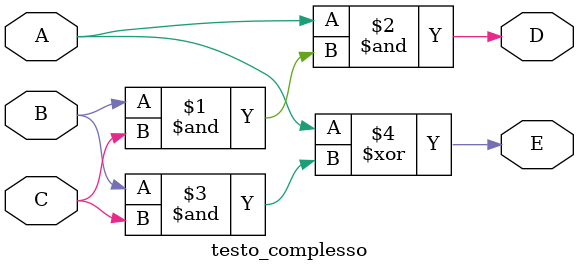
<source format=v>
`timescale 1ns / 1ps


module testo_complesso(
    input wire A,
    input wire B,
    input wire C,
    output wire D,
    output wire E

    );
    assign D = A & (B & C);
    assign E =  A ^ (B & C);
endmodule

</source>
